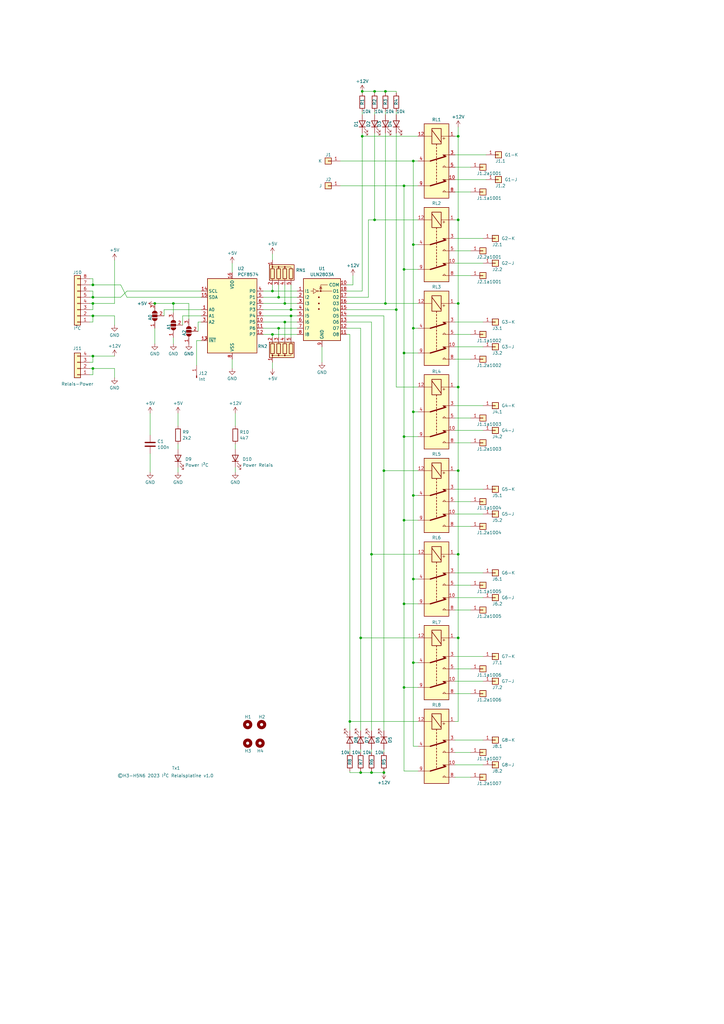
<source format=kicad_sch>
(kicad_sch (version 20230121) (generator eeschema)
  (paper "A3" portrait)
  (title_block (title "I²C 8-fach Relaisplatine") (date "2023-12-13") (rev "v1.0"))
  (lib_symbols
    (symbol "Connector:Conn_01x01_Pin" (pin_names (offset 1.016) hide)
      (property "Reference" "J" (at 0 2.54 0))
      (property "Value" "Conn_01x01_Pin" (at 0 -2.54 0))
      (symbol "Conn_01x01_Pin_1_1"
        (pin passive line (at 5.08 0 180) (length 3.81) (name "Pin_1") (number "1"))
      )
    )
    (symbol "Connector_Generic:Conn_01x01" (pin_names (offset 1.016) hide)
      (property "Reference" "J" (at 0 2.54 0))
      (property "Value" "Conn_01x01" (at 0 -2.54 0))
      (symbol "Conn_01x01_1_1"
        (pin passive line (at -5.08 0 0) (length 3.81) (name "Pin_1") (number "1"))
      )
    )
    (symbol "Connector_Generic:Conn_01x04" (pin_names (offset 1.016) hide)
      (property "Reference" "J" (at 0 5.08 0))
      (property "Value" "Conn_01x04" (at 0 -7.62 0))
      (symbol "Conn_01x04_1_1"
        (pin passive line (at -5.08 2.54 0) (length 3.81) (name "Pin_1") (number "1"))
        (pin passive line (at -5.08 0 0) (length 3.81) (name "Pin_2") (number "2"))
        (pin passive line (at -5.08 -2.54 0) (length 3.81) (name "Pin_3") (number "3"))
        (pin passive line (at -5.08 -5.08 0) (length 3.81) (name "Pin_4") (number "4"))
      )
    )
    (symbol "Connector_Generic:Conn_01x08" (pin_names (offset 1.016) hide)
      (property "Reference" "J" (at 0 10.16 0))
      (property "Value" "Conn_01x08" (at 0 -12.7 0))
      (symbol "Conn_01x08_1_1"
        (pin passive line (at -5.08 7.62 0) (length 3.81) (name "Pin_1") (number "1"))
        (pin passive line (at -5.08 5.08 0) (length 3.81) (name "Pin_2") (number "2"))
        (pin passive line (at -5.08 2.54 0) (length 3.81) (name "Pin_3") (number "3"))
        (pin passive line (at -5.08 0 0) (length 3.81) (name "Pin_4") (number "4"))
        (pin passive line (at -5.08 -2.54 0) (length 3.81) (name "Pin_5") (number "5"))
        (pin passive line (at -5.08 -5.08 0) (length 3.81) (name "Pin_6") (number "6"))
        (pin passive line (at -5.08 -7.62 0) (length 3.81) (name "Pin_7") (number "7"))
        (pin passive line (at -5.08 -10.16 0) (length 3.81) (name "Pin_8") (number "8"))
      )
    )
    (symbol "Device:C" (pin_numbers hide) (pin_names (offset 0.254))
      (property "Reference" "C" (at 0.635 2.54 0))
      (property "Value" "C" (at 0.635 -2.54 0))
      (symbol "C_1_1"
        (pin passive line (at 0 3.81 270) (length 2.794) (name "~") (number "1"))
        (pin passive line (at 0 -3.81 90) (length 2.794) (name "~") (number "2"))
      )
    )
    (symbol "Device:LED" (pin_numbers hide) (pin_names (offset 1.016) hide)
      (property "Reference" "D" (at 0 2.54 0))
      (property "Value" "LED" (at 0 -2.54 0))
      (symbol "LED_1_1"
        (pin passive line (at -3.81 0 0) (length 2.54) (name "K") (number "1"))
        (pin passive line (at 3.81 0 180) (length 2.54) (name "A") (number "2"))
      )
    )
    (symbol "Device:R" (pin_numbers hide) (pin_names (offset 0))
      (property "Reference" "R" (at 2.032 0 90))
      (property "Value" "R" (at 0 0 90))
      (symbol "R_1_1"
        (pin passive line (at 0 3.81 270) (length 1.27) (name "~") (number "1"))
        (pin passive line (at 0 -3.81 90) (length 1.27) (name "~") (number "2"))
      )
    )
    (symbol "Device:R_Network04" (pin_names (offset 0) hide)
      (property "Reference" "RN" (at -7.62 0 90))
      (property "Value" "R_Network04" (at 5.08 0 90))
      (symbol "R_Network04_1_1"
        (pin passive line (at -5.08 5.08 270) (length 2.54) (name "common") (number "1"))
        (pin passive line (at -5.08 -5.08 90) (length 1.27) (name "R1") (number "2"))
        (pin passive line (at -2.54 -5.08 90) (length 1.27) (name "R2") (number "3"))
        (pin passive line (at 0 -5.08 90) (length 1.27) (name "R3") (number "4"))
        (pin passive line (at 2.54 -5.08 90) (length 1.27) (name "R4") (number "5"))
      )
    )
    (symbol "Interface_Expansion:PCF8574"
      (property "Reference" "U" (at -8.89 16.51 0))
      (property "Value" "PCF8574" (at 2.54 16.51 0))
      (symbol "PCF8574_1_1"
        (pin input line (at -12.7 2.54 0) (length 2.54) (name "A0") (number "1"))
        (pin bidirectional line (at 12.7 -2.54 180) (length 2.54) (name "P5") (number "10"))
        (pin bidirectional line (at 12.7 -5.08 180) (length 2.54) (name "P6") (number "11"))
        (pin bidirectional line (at 12.7 -7.62 180) (length 2.54) (name "P7") (number "12"))
        (pin open_collector output_low (at -12.7 -10.16 0) (length 2.54) (name "~{INT}") (number "13"))
        (pin input line (at -12.7 10.16 0) (length 2.54) (name "SCL") (number "14"))
        (pin bidirectional line (at -12.7 7.62 0) (length 2.54) (name "SDA") (number "15"))
        (pin power_in line (at 0 17.78 270) (length 2.54) (name "VDD") (number "16"))
        (pin input line (at -12.7 0 0) (length 2.54) (name "A1") (number "2"))
        (pin input line (at -12.7 -2.54 0) (length 2.54) (name "A2") (number "3"))
        (pin bidirectional line (at 12.7 10.16 180) (length 2.54) (name "P0") (number "4"))
        (pin bidirectional line (at 12.7 7.62 180) (length 2.54) (name "P1") (number "5"))
        (pin bidirectional line (at 12.7 5.08 180) (length 2.54) (name "P2") (number "6"))
        (pin bidirectional line (at 12.7 2.54 180) (length 2.54) (name "P3") (number "7"))
        (pin power_in line (at 0 -17.78 90) (length 2.54) (name "VSS") (number "8"))
        (pin bidirectional line (at 12.7 0 180) (length 2.54) (name "P4") (number "9"))
      )
    )
    (symbol "Jumper:SolderJumper_3_Open" (pin_names (offset 0) hide)
      (property "Reference" "JP" (at -2.54 -2.54 0))
      (property "Value" "SolderJumper_3_Open" (at 0 2.794 0))
      (symbol "SolderJumper_3_Open_1_1"
        (pin passive line (at -5.08 0 0) (length 2.54) (name "A") (number "1"))
        (pin passive line (at 0 -3.81 90) (length 2.54) (name "C") (number "2"))
        (pin passive line (at 5.08 0 180) (length 2.54) (name "B") (number "3"))
      )
    )
    (symbol "Mechanical:MountingHole" (pin_names (offset 1.016))
      (property "Reference" "H" (at 0 5.08 0))
      (property "Value" "MountingHole" (at 0 3.175 0))
    )
    (symbol "Relay:EC2-3NU"
      (property "Reference" "K" (at 15.24 8.89 0))
      (property "Value" "EC2-3NU" (at 19.05 6.35 0))
      (symbol "EC2-3NU_1_1"
        (text "+" (at -9.271 2.921 0) (effects (font (size 1.27 1.27))))
        (pin passive line (at -10.16 7.62 270) (length 2.54) (name "~") (number "1"))
        (pin passive line (at 7.62 7.62 270) (length 2.54) (name "~") (number "10"))
        (pin passive line (at -10.16 -7.62 90) (length 2.54) (name "~") (number "12"))
        (pin passive line (at -2.54 7.62 270) (length 2.54) (name "~") (number "3"))
        (pin passive line (at 0 -7.62 90) (length 2.54) (name "~") (number "4"))
        (pin passive line (at 2.54 7.62 270) (length 2.54) (name "~") (number "5"))
        (pin passive line (at 12.7 7.62 270) (length 2.54) (name "~") (number "8"))
        (pin passive line (at 10.16 -7.62 90) (length 2.54) (name "~") (number "9"))
      )
    )
    (symbol "Text:Text" (pin_numbers hide) (pin_names (offset 1.016) hide)
      (property "Reference" "Tx" (at 0 5.08 0))
      (property "Value" "Text" (at 0 3.175 0))
    )
    (symbol "Transistor_Array:ULN2803A"
      (property "Reference" "U" (at 0 13.335 0))
      (property "Value" "ULN2803A" (at 0 11.43 0))
      (symbol "ULN2803A_1_1"
        (pin input line (at -10.16 5.08 0) (length 2.54) (name "I1") (number "1"))
        (pin passive line (at 10.16 7.62 180) (length 2.54) (name "COM") (number "10"))
        (pin open_collector line (at 10.16 -12.7 180) (length 2.54) (name "O8") (number "11"))
        (pin open_collector line (at 10.16 -10.16 180) (length 2.54) (name "O7") (number "12"))
        (pin open_collector line (at 10.16 -7.62 180) (length 2.54) (name "O6") (number "13"))
        (pin open_collector line (at 10.16 -5.08 180) (length 2.54) (name "O5") (number "14"))
        (pin open_collector line (at 10.16 -2.54 180) (length 2.54) (name "O4") (number "15"))
        (pin open_collector line (at 10.16 0 180) (length 2.54) (name "O3") (number "16"))
        (pin open_collector line (at 10.16 2.54 180) (length 2.54) (name "O2") (number "17"))
        (pin open_collector line (at 10.16 5.08 180) (length 2.54) (name "O1") (number "18"))
        (pin input line (at -10.16 2.54 0) (length 2.54) (name "I2") (number "2"))
        (pin input line (at -10.16 0 0) (length 2.54) (name "I3") (number "3"))
        (pin input line (at -10.16 -2.54 0) (length 2.54) (name "I4") (number "4"))
        (pin input line (at -10.16 -5.08 0) (length 2.54) (name "I5") (number "5"))
        (pin input line (at -10.16 -7.62 0) (length 2.54) (name "I6") (number "6"))
        (pin input line (at -10.16 -10.16 0) (length 2.54) (name "I7") (number "7"))
        (pin input line (at -10.16 -12.7 0) (length 2.54) (name "I8") (number "8"))
        (pin power_in line (at 0 -17.78 90) (length 2.54) (name "GND") (number "9"))
      )
    )
    (symbol "power:+12V" (power) (pin_names (offset 0))
      (property "Value" "+12V" (at 0 3.556 0))
      (symbol "+12V_1_1"
        (pin power_in line (at 0 0 90) (length 0) hide (name "+12V") (number "1"))
      )
    )
    (symbol "power:+5V" (power) (pin_names (offset 0))
      (property "Value" "+5V" (at 0 3.556 0))
      (symbol "+5V_1_1"
        (pin power_in line (at 0 0 90) (length 0) hide (name "+5V") (number "1"))
      )
    )
    (symbol "power:GND" (power) (pin_names (offset 0))
      (property "Value" "GND" (at 0 -3.81 0))
      (symbol "GND_1_1"
        (pin power_in line (at 0 0 270) (length 0) hide (name "GND") (number "1"))
      )
    )
  )
  (junction (at 187.96 193.04))
  (junction (at 165.735 247.65))
  (junction (at 143.51 295.91))
  (junction (at 38.1 129.54))
  (junction (at 38.1 116.84))
  (junction (at 71.12 124.46))
  (junction (at 169.545 203.2))
  (junction (at 114.3 121.92))
  (junction (at 187.96 124.46))
  (junction (at 187.96 90.17))
  (junction (at 116.84 132.08))
  (junction (at 165.735 110.49))
  (junction (at 153.67 37.465))
  (junction (at 165.735 213.36))
  (junction (at 63.5 124.46))
  (junction (at 158.115 124.46))
  (junction (at 148.59 37.465))
  (junction (at 38.1 121.92))
  (junction (at 38.1 124.46))
  (junction (at 153.67 90.17))
  (junction (at 119.38 129.54))
  (junction (at 147.955 261.62))
  (junction (at 187.96 55.88))
  (junction (at 169.545 134.62))
  (junction (at 157.48 316.865))
  (junction (at 162.56 127))
  (junction (at 187.96 158.75))
  (junction (at 165.735 281.94))
  (junction (at 158.115 37.465))
  (junction (at 152.4 227.33))
  (junction (at 157.48 193.04))
  (junction (at 169.545 100.33))
  (junction (at 169.545 271.78))
  (junction (at 38.1 151.13))
  (junction (at 111.76 119.38))
  (junction (at 114.3 134.62))
  (junction (at 148.59 55.88))
  (junction (at 165.735 144.78))
  (junction (at 187.96 227.33))
  (junction (at 169.545 237.49))
  (junction (at 169.545 168.91))
  (junction (at 111.76 137.16))
  (junction (at 165.735 76.2))
  (junction (at 147.955 316.865))
  (junction (at 152.4 316.865))
  (junction (at 116.84 124.46))
  (junction (at 187.96 261.62))
  (junction (at 119.38 127))
  (junction (at 169.545 66.04))
  (junction (at 38.1 146.05))
  (junction (at 165.735 179.07))
  (wire (pts (xy 143.51 316.865) (xy 143.51 316.23)))
  (wire (pts (xy 107.95 119.38) (xy 111.76 119.38)))
  (wire (pts (xy 186.69 210.82) (xy 198.12 210.82)))
  (wire (pts (xy 143.51 295.91) (xy 171.45 295.91)))
  (wire (pts (xy 165.735 213.36) (xy 165.735 247.65)))
  (wire (pts (xy 153.67 45.72) (xy 153.67 46.99)))
  (wire (pts (xy 142.24 134.62) (xy 147.955 134.62)))
  (wire (pts (xy 63.5 140.97) (xy 63.5 134.62)))
  (wire (pts (xy 165.735 179.07) (xy 171.45 179.07)))
  (wire (pts (xy 95.25 147.32) (xy 95.25 151.13)))
  (wire (pts (xy 111.76 148.59) (xy 111.76 151.13)))
  (wire (pts (xy 157.48 193.04) (xy 171.45 193.04)))
  (wire (pts (xy 143.51 308.61) (xy 143.51 307.34)))
  (wire (pts (xy 187.96 90.17) (xy 187.96 124.46)))
  (wire (pts (xy 157.48 299.72) (xy 157.48 193.04)))
  (wire (pts (xy 157.48 316.865) (xy 152.4 316.865)))
  (wire (pts (xy 144.78 116.84) (xy 144.78 113.03)))
  (wire (pts (xy 74.93 129.54) (xy 74.93 133.35)))
  (wire (pts (xy 187.96 124.46) (xy 187.96 158.75)))
  (wire (pts (xy 96.52 191.77) (xy 96.52 193.675)))
  (wire (pts (xy 169.545 271.78) (xy 171.45 271.78)))
  (wire (pts (xy 61.595 169.545) (xy 61.595 178.435)))
  (wire (pts (xy 111.76 104.14) (xy 111.76 106.68)))
  (wire (pts (xy 96.52 182.245) (xy 96.52 184.15)))
  (wire (pts (xy 165.735 247.65) (xy 165.735 281.94)))
  (wire (pts (xy 52.07 119.38) (xy 82.55 119.38)))
  (wire (pts (xy 186.69 166.37) (xy 198.12 166.37)))
  (wire (pts (xy 187.96 261.62) (xy 187.96 295.91)))
  (wire (pts (xy 186.69 308.61) (xy 193.04 308.61)))
  (wire (pts (xy 186.69 176.53) (xy 198.12 176.53)))
  (wire (pts (xy 186.69 200.66) (xy 198.12 200.66)))
  (wire (pts (xy 46.99 129.54) (xy 46.99 133.35)))
  (wire (pts (xy 82.55 129.54) (xy 74.93 129.54)))
  (wire (pts (xy 165.735 247.65) (xy 171.45 247.65)))
  (wire (pts (xy 116.84 124.46) (xy 121.92 124.46)))
  (wire (pts (xy 114.3 134.62) (xy 114.3 138.43)))
  (wire (pts (xy 186.69 107.95) (xy 198.12 107.95)))
  (wire (pts (xy 169.545 66.04) (xy 169.545 100.33)))
  (wire (pts (xy 38.1 121.92) (xy 49.53 121.92)))
  (wire (pts (xy 169.545 168.91) (xy 169.545 203.2)))
  (wire (pts (xy 186.69 215.9) (xy 193.04 215.9)))
  (wire (pts (xy 38.1 116.84) (xy 49.53 116.84)))
  (wire (pts (xy 119.38 127) (xy 121.92 127)))
  (wire (pts (xy 49.53 116.84) (xy 52.07 121.92)))
  (wire (pts (xy 187.96 52.07) (xy 187.96 55.88)))
  (wire (pts (xy 142.24 137.16) (xy 143.51 137.16)))
  (wire (pts (xy 119.38 129.54) (xy 121.92 129.54)))
  (wire (pts (xy 95.25 107.95) (xy 95.25 111.76)))
  (wire (pts (xy 38.1 114.3) (xy 36.83 114.3)))
  (wire (pts (xy 165.735 144.78) (xy 165.735 179.07)))
  (wire (pts (xy 38.1 153.67) (xy 36.83 153.67)))
  (wire (pts (xy 187.96 261.62) (xy 186.69 261.62)))
  (wire (pts (xy 187.96 227.33) (xy 187.96 261.62)))
  (wire (pts (xy 152.4 227.33) (xy 171.45 227.33)))
  (wire (pts (xy 186.69 113.03) (xy 193.04 113.03)))
  (wire (pts (xy 71.12 128.27) (xy 71.12 124.46)))
  (wire (pts (xy 171.45 66.04) (xy 169.545 66.04)))
  (wire (pts (xy 186.69 78.74) (xy 193.04 78.74)))
  (wire (pts (xy 107.95 132.08) (xy 116.84 132.08)))
  (wire (pts (xy 165.735 281.94) (xy 171.45 281.94)))
  (wire (pts (xy 158.115 37.465) (xy 158.115 38.1)))
  (wire (pts (xy 186.69 274.32) (xy 193.04 274.32)))
  (wire (pts (xy 169.545 100.33) (xy 171.45 100.33)))
  (wire (pts (xy 38.1 127) (xy 36.83 127)))
  (wire (pts (xy 38.1 129.54) (xy 46.99 129.54)))
  (wire (pts (xy 38.1 146.05) (xy 46.99 146.05)))
  (wire (pts (xy 186.69 171.45) (xy 193.04 171.45)))
  (wire (pts (xy 114.3 134.62) (xy 121.92 134.62)))
  (wire (pts (xy 38.1 129.54) (xy 36.83 129.54)))
  (wire (pts (xy 36.83 121.92) (xy 38.1 121.92)))
  (wire (pts (xy 38.1 119.38) (xy 38.1 121.92)))
  (wire (pts (xy 147.955 308.61) (xy 147.955 307.34)))
  (wire (pts (xy 158.115 124.46) (xy 171.45 124.46)))
  (wire (pts (xy 142.24 132.08) (xy 152.4 132.08)))
  (wire (pts (xy 186.69 205.74) (xy 193.04 205.74)))
  (wire (pts (xy 158.115 45.72) (xy 158.115 46.99)))
  (wire (pts (xy 80.645 139.7) (xy 80.645 149.86)))
  (wire (pts (xy 158.115 37.465) (xy 162.56 37.465)))
  (wire (pts (xy 186.69 137.16) (xy 193.04 137.16)))
  (wire (pts (xy 147.955 134.62) (xy 147.955 261.62)))
  (wire (pts (xy 116.84 138.43) (xy 116.84 132.08)))
  (wire (pts (xy 148.59 37.465) (xy 148.59 38.1)))
  (wire (pts (xy 111.76 137.16) (xy 111.76 138.43)))
  (wire (pts (xy 169.545 237.49) (xy 169.545 271.78)))
  (wire (pts (xy 187.96 124.46) (xy 186.69 124.46)))
  (wire (pts (xy 147.955 299.72) (xy 147.955 261.62)))
  (wire (pts (xy 107.95 134.62) (xy 114.3 134.62)))
  (wire (pts (xy 38.1 132.08) (xy 36.83 132.08)))
  (wire (pts (xy 186.69 68.58) (xy 193.04 68.58)))
  (wire (pts (xy 187.96 55.88) (xy 187.96 90.17)))
  (wire (pts (xy 157.48 308.61) (xy 157.48 307.34)))
  (wire (pts (xy 171.45 76.2) (xy 165.735 76.2)))
  (wire (pts (xy 153.67 37.465) (xy 153.67 38.1)))
  (wire (pts (xy 186.69 269.24) (xy 198.12 269.24)))
  (wire (pts (xy 151.13 121.92) (xy 142.24 121.92)))
  (wire (pts (xy 111.76 137.16) (xy 121.92 137.16)))
  (wire (pts (xy 143.51 137.16) (xy 143.51 295.91)))
  (wire (pts (xy 147.955 316.865) (xy 143.51 316.865)))
  (wire (pts (xy 148.59 54.61) (xy 148.59 55.88)))
  (wire (pts (xy 38.1 124.46) (xy 38.1 127)))
  (wire (pts (xy 142.24 124.46) (xy 158.115 124.46)))
  (wire (pts (xy 169.545 306.07) (xy 171.45 306.07)))
  (wire (pts (xy 142.24 127) (xy 162.56 127)))
  (wire (pts (xy 165.735 76.2) (xy 165.735 110.49)))
  (wire (pts (xy 169.545 203.2) (xy 171.45 203.2)))
  (wire (pts (xy 165.735 179.07) (xy 165.735 213.36)))
  (wire (pts (xy 169.545 134.62) (xy 171.45 134.62)))
  (wire (pts (xy 186.69 147.32) (xy 193.04 147.32)))
  (wire (pts (xy 61.595 186.055) (xy 61.595 193.675)))
  (wire (pts (xy 111.76 119.38) (xy 121.92 119.38)))
  (wire (pts (xy 165.735 144.78) (xy 165.735 110.49)))
  (wire (pts (xy 152.4 316.865) (xy 147.955 316.865)))
  (wire (pts (xy 107.95 121.92) (xy 114.3 121.92)))
  (wire (pts (xy 169.545 134.62) (xy 169.545 168.91)))
  (wire (pts (xy 186.69 318.77) (xy 193.04 318.77)))
  (wire (pts (xy 142.24 116.84) (xy 144.78 116.84)))
  (wire (pts (xy 152.4 316.865) (xy 152.4 316.23)))
  (wire (pts (xy 71.12 140.97) (xy 71.12 138.43)))
  (wire (pts (xy 186.69 234.95) (xy 198.12 234.95)))
  (wire (pts (xy 38.1 146.05) (xy 36.83 146.05)))
  (wire (pts (xy 147.955 316.865) (xy 147.955 316.23)))
  (wire (pts (xy 169.545 100.33) (xy 169.545 134.62)))
  (wire (pts (xy 186.69 313.69) (xy 198.12 313.69)))
  (wire (pts (xy 152.4 227.33) (xy 152.4 299.72)))
  (wire (pts (xy 114.3 121.92) (xy 121.92 121.92)))
  (wire (pts (xy 162.56 127) (xy 162.56 158.75)))
  (wire (pts (xy 38.1 119.38) (xy 36.83 119.38)))
  (wire (pts (xy 142.24 129.54) (xy 157.48 129.54)))
  (wire (pts (xy 111.76 116.84) (xy 111.76 119.38)))
  (wire (pts (xy 187.96 90.17) (xy 186.69 90.17)))
  (wire (pts (xy 165.735 213.36) (xy 171.45 213.36)))
  (wire (pts (xy 77.47 124.46) (xy 71.12 124.46)))
  (wire (pts (xy 107.95 124.46) (xy 116.84 124.46)))
  (wire (pts (xy 151.13 90.17) (xy 151.13 121.92)))
  (wire (pts (xy 38.1 153.67) (xy 38.1 151.13)))
  (wire (pts (xy 169.545 203.2) (xy 169.545 237.49)))
  (wire (pts (xy 169.545 271.78) (xy 169.545 306.07)))
  (wire (pts (xy 186.69 240.03) (xy 193.04 240.03)))
  (wire (pts (xy 38.1 124.46) (xy 36.83 124.46)))
  (wire (pts (xy 96.52 169.545) (xy 96.52 174.625)))
  (wire (pts (xy 67.31 129.54) (xy 67.31 127)))
  (wire (pts (xy 73.025 169.545) (xy 73.025 174.625)))
  (wire (pts (xy 143.51 295.91) (xy 143.51 299.72)))
  (wire (pts (xy 162.56 45.72) (xy 162.56 46.99)))
  (wire (pts (xy 186.69 181.61) (xy 193.04 181.61)))
  (wire (pts (xy 38.1 132.08) (xy 38.1 129.54)))
  (wire (pts (xy 107.95 137.16) (xy 111.76 137.16)))
  (wire (pts (xy 165.735 110.49) (xy 171.45 110.49)))
  (wire (pts (xy 116.84 116.84) (xy 116.84 124.46)))
  (wire (pts (xy 114.3 116.84) (xy 114.3 121.92)))
  (wire (pts (xy 186.69 279.4) (xy 198.12 279.4)))
  (wire (pts (xy 52.07 121.92) (xy 82.55 121.92)))
  (wire (pts (xy 82.55 139.7) (xy 80.645 139.7)))
  (wire (pts (xy 148.59 37.465) (xy 153.67 37.465)))
  (wire (pts (xy 139.7 66.04) (xy 169.545 66.04)))
  (wire (pts (xy 36.83 116.84) (xy 38.1 116.84)))
  (wire (pts (xy 148.59 119.38) (xy 142.24 119.38)))
  (wire (pts (xy 107.95 129.54) (xy 119.38 129.54)))
  (wire (pts (xy 147.955 261.62) (xy 171.45 261.62)))
  (wire (pts (xy 157.48 316.865) (xy 157.48 316.23)))
  (wire (pts (xy 165.735 144.78) (xy 171.45 144.78)))
  (wire (pts (xy 46.99 106.68) (xy 46.99 124.46)))
  (wire (pts (xy 38.1 146.05) (xy 38.1 148.59)))
  (wire (pts (xy 38.1 148.59) (xy 36.83 148.59)))
  (wire (pts (xy 165.735 316.23) (xy 171.45 316.23)))
  (wire (pts (xy 186.69 245.11) (xy 198.12 245.11)))
  (wire (pts (xy 162.56 158.75) (xy 171.45 158.75)))
  (wire (pts (xy 38.1 114.3) (xy 38.1 116.84)))
  (wire (pts (xy 73.025 182.245) (xy 73.025 184.15)))
  (wire (pts (xy 187.96 158.75) (xy 186.69 158.75)))
  (wire (pts (xy 107.95 127) (xy 119.38 127)))
  (wire (pts (xy 162.56 54.61) (xy 162.56 127)))
  (wire (pts (xy 186.69 97.79) (xy 198.12 97.79)))
  (wire (pts (xy 186.69 284.48) (xy 193.04 284.48)))
  (wire (pts (xy 186.69 73.66) (xy 199.39 73.66)))
  (wire (pts (xy 186.69 102.87) (xy 193.04 102.87)))
  (wire (pts (xy 38.1 151.13) (xy 46.99 151.13)))
  (wire (pts (xy 81.28 132.08) (xy 82.55 132.08)))
  (wire (pts (xy 116.84 132.08) (xy 121.92 132.08)))
  (wire (pts (xy 148.59 45.72) (xy 148.59 46.99)))
  (wire (pts (xy 186.69 132.08) (xy 198.12 132.08)))
  (wire (pts (xy 148.59 55.88) (xy 171.45 55.88)))
  (wire (pts (xy 49.53 121.92) (xy 52.07 119.38)))
  (wire (pts (xy 157.48 129.54) (xy 157.48 193.04)))
  (wire (pts (xy 139.7 76.2) (xy 165.735 76.2)))
  (wire (pts (xy 153.67 54.61) (xy 153.67 90.17)))
  (wire (pts (xy 71.12 124.46) (xy 63.5 124.46)))
  (wire (pts (xy 153.67 37.465) (xy 158.115 37.465)))
  (wire (pts (xy 153.67 90.17) (xy 151.13 90.17)))
  (wire (pts (xy 158.115 54.61) (xy 158.115 124.46)))
  (wire (pts (xy 169.545 237.49) (xy 171.45 237.49)))
  (wire (pts (xy 132.08 142.24) (xy 132.08 148.59)))
  (wire (pts (xy 187.96 55.88) (xy 186.69 55.88)))
  (wire (pts (xy 187.96 227.33) (xy 186.69 227.33)))
  (wire (pts (xy 73.025 191.77) (xy 73.025 193.675)))
  (wire (pts (xy 38.1 151.13) (xy 36.83 151.13)))
  (wire (pts (xy 38.1 124.46) (xy 46.99 124.46)))
  (wire (pts (xy 148.59 55.88) (xy 148.59 119.38)))
  (wire (pts (xy 186.69 250.19) (xy 193.04 250.19)))
  (wire (pts (xy 46.99 151.13) (xy 46.99 154.94)))
  (wire (pts (xy 67.31 127) (xy 82.55 127)))
  (wire (pts (xy 152.4 132.08) (xy 152.4 227.33)))
  (wire (pts (xy 119.38 129.54) (xy 119.38 138.43)))
  (wire (pts (xy 165.735 281.94) (xy 165.735 316.23)))
  (wire (pts (xy 186.69 142.24) (xy 198.12 142.24)))
  (wire (pts (xy 77.47 130.81) (xy 77.47 124.46)))
  (wire (pts (xy 162.56 37.465) (xy 162.56 38.1)))
  (wire (pts (xy 187.96 158.75) (xy 187.96 193.04)))
  (wire (pts (xy 169.545 168.91) (xy 171.45 168.91)))
  (wire (pts (xy 152.4 308.61) (xy 152.4 307.34)))
  (wire (pts (xy 186.69 303.53) (xy 198.12 303.53)))
  (wire (pts (xy 187.96 295.91) (xy 186.69 295.91)))
  (wire (pts (xy 186.69 63.5) (xy 199.39 63.5)))
  (wire (pts (xy 81.28 135.89) (xy 81.28 132.08)))
  (wire (pts (xy 187.96 193.04) (xy 186.69 193.04)))
  (wire (pts (xy 187.96 193.04) (xy 187.96 227.33)))
  (wire (pts (xy 119.38 116.84) (xy 119.38 127)))
  (wire (pts (xy 171.45 90.17) (xy 153.67 90.17)))
  (symbol (lib_id "Connector_Generic:Conn_01x01") (at 203.2 313.69 0) (unit 1)
    (property "Reference" "J8.2" (at 201.93 316.23 0) (effects (justify left)))
    (property "Value" "G8-J" (at 205.74 313.69 0) (effects (justify left)))
    (property "Footprint" "Wago:Pad_7.5x2.2mm" (effects hide))
  )
  (symbol (lib_id "Connector_Generic:Conn_01x01") (at 203.2 142.24 0) (unit 1)
    (property "Reference" "J3.2" (at 201.93 144.78 0) (effects (justify left)))
    (property "Value" "G3-J" (at 205.74 142.24 0) (effects (justify left)))
    (property "Footprint" "Wago:Pad_7.5x2.2mm" (effects hide))
  )
  (symbol (lib_id "Device:LED") (at 162.56 50.8 90) (unit 1)
    (property "Reference" "D4" (at 160.02 49.53 0) (effects (justify right)))
    (property "Value" "LED" (effects hide))
    (property "Footprint" "LED_SMD:LED_0805_2012Metric_Pad1.15x1.40mm_HandSolder" (effects hide))
  )
  (symbol (lib_id "Jumper:SolderJumper_3_Open") (at 63.5 129.54 90) (unit 1)
    (property "Reference" "A0" (at 61.595 131.445 0) (effects (justify left)))
    (property "Value" "SolderJumper_3_Open" (effects hide))
    (property "Footprint" "Jumper:SolderJumper-3_P1.3mm_Bridged12_Pad1.0x1.5mm_NumberLabels" (effects hide))
  )
  (symbol (lib_id "power:+5V") (at 63.5 124.46 90) (unit 1)
    (property "Reference" "#PWR01015" (effects hide))
    (property "Value" "+5V" (at 60.3251 124.46 90) (effects (justify left)))
  )
  (symbol (lib_id "Connector_Generic:Conn_01x01") (at 198.12 215.9 0) (unit 1)
    (property "Reference" "J1.2a1004" (at 195.58 218.44 0) (effects (justify left)))
    (property "Value" "G1-J" (effects hide))
    (property "Footprint" "Connector_Pin:Pin_D1.1mm_L8.5mm_W2.5mm_FlatFork" (effects hide))
  )
  (symbol (lib_id "Device:R") (at 147.955 312.42 180) (unit 1)
    (property "Reference" "R7" (at 147.955 311.15 90) (effects (justify left)))
    (property "Value" "10k" (at 147.955 308.61 0) (effects (justify left)))
    (property "Footprint" "Resistor_SMD:R_0805_2012Metric_Pad1.20x1.40mm_HandSolder" (effects hide))
    (property "Quelle" "Resistor_SMD:R_0805_2012Metric_Pad1.20x1.40mm_HandSolder" (effects hide))
  )
  (symbol (lib_id "Connector_Generic:Conn_01x01") (at 203.2 303.53 0) (unit 1)
    (property "Reference" "J8.1" (at 201.93 306.07 0) (effects (justify left)))
    (property "Value" "G8-K" (at 205.74 303.53 0) (effects (justify left)))
    (property "Footprint" "Wago:Pad_7.5x2.2mm" (effects hide))
  )
  (symbol (lib_id "Connector_Generic:Conn_01x01") (at 198.12 284.48 0) (unit 1)
    (property "Reference" "J1.2a1006" (at 195.58 287.02 0) (effects (justify left)))
    (property "Value" "G1-J" (effects hide))
    (property "Footprint" "Connector_Pin:Pin_D1.1mm_L8.5mm_W2.5mm_FlatFork" (effects hide))
  )
  (symbol (lib_id "power:GND") (at 63.5 140.97 0) (unit 1)
    (property "Reference" "#PWR01012" (effects hide))
    (property "Value" "GND" (at 63.5 145.1031 0))
  )
  (symbol (lib_id "Connector_Generic:Conn_01x01") (at 134.62 66.04 180) (unit 1)
    (property "Reference" "J1" (at 135.89 63.5 0) (effects (justify left)))
    (property "Value" "K" (at 132.08 66.04 0) (effects (justify left)))
    (property "Footprint" "Wago:Pad_7.5x2.2mm" (effects hide))
  )
  (symbol (lib_id "power:+5V") (at 73.025 169.545 0) (unit 1)
    (property "Reference" "#PWR01020" (effects hide))
    (property "Value" "+5V" (at 73.025 165.4119 0))
  )
  (symbol (lib_id "Relay:EC2-3NU") (at 179.07 237.49 270) (unit 1)
    (property "Reference" "RL6" (at 179.07 220.5299 90))
    (property "Value" "HFD3" (effects hide))
    (property "Footprint" "HongFa:HFD3+2005SD" (effects hide))
  )
  (symbol (lib_id "power:+5V") (at 61.595 169.545 0) (unit 1)
    (property "Reference" "#PWR01010" (effects hide))
    (property "Value" "+5V" (at 61.595 165.4119 0))
  )
  (symbol (lib_id "Device:LED") (at 158.115 50.8 90) (unit 1)
    (property "Reference" "D3" (at 155.575 49.53 0) (effects (justify right)))
    (property "Value" "LED" (effects hide))
    (property "Footprint" "LED_SMD:LED_0805_2012Metric_Pad1.15x1.40mm_HandSolder" (effects hide))
  )
  (symbol (lib_id "Relay:EC2-3NU") (at 179.07 168.91 270) (unit 1)
    (property "Reference" "RL4" (at 179.07 152.4 90))
    (property "Value" "HFD3" (effects hide))
    (property "Footprint" "HongFa:HFD3+2005SD" (effects hide))
  )
  (symbol (lib_id "Relay:EC2-3NU") (at 179.07 306.07 270) (unit 1)
    (property "Reference" "RL8" (at 179.07 289.1099 90))
    (property "Value" "HFD3" (effects hide))
    (property "Footprint" "HongFa:HFD3+2005SD" (effects hide))
  )
  (symbol (lib_id "Device:LED") (at 148.59 50.8 90) (unit 1)
    (property "Reference" "D1" (at 146.05 49.53 0) (effects (justify right)))
    (property "Value" "LED" (effects hide))
    (property "Footprint" "LED_SMD:LED_0805_2012Metric_Pad1.15x1.40mm_HandSolder" (effects hide))
  )
  (symbol (lib_id "Connector_Generic:Conn_01x01") (at 198.12 171.45 0) (unit 1)
    (property "Reference" "J1.1a1003" (at 195.58 173.99 0) (effects (justify left)))
    (property "Value" "G1-K" (effects hide))
    (property "Footprint" "Connector_Pin:Pin_D1.1mm_L8.5mm_W2.5mm_FlatFork" (effects hide))
  )
  (symbol (lib_id "Device:LED") (at 143.51 303.53 270) (unit 1)
    (property "Reference" "D8" (at 146.05 304.8 0) (effects (justify right)))
    (property "Value" "LED" (effects hide))
    (property "Footprint" "LED_SMD:LED_0805_2012Metric_Pad1.15x1.40mm_HandSolder" (effects hide))
  )
  (symbol (lib_id "Connector_Generic:Conn_01x01") (at 203.2 234.95 0) (unit 1)
    (property "Reference" "J6.1" (at 201.93 237.49 0) (effects (justify left)))
    (property "Value" "G6-K" (at 205.74 234.95 0) (effects (justify left)))
    (property "Footprint" "Wago:Pad_7.5x2.2mm" (effects hide))
  )
  (symbol (lib_id "Connector_Generic:Conn_01x01") (at 198.12 113.03 0) (unit 1)
    (property "Reference" "J2.1a1001" (at 195.58 115.57 0) (effects (justify left)))
    (property "Value" "G1-J" (effects hide))
    (property "Footprint" "Connector_Pin:Pin_D1.1mm_L8.5mm_W2.5mm_FlatFork" (effects hide))
  )
  (symbol (lib_id "Connector_Generic:Conn_01x01") (at 203.2 97.79 0) (unit 1)
    (property "Reference" "J2.1" (at 201.93 100.33 0) (effects (justify left)))
    (property "Value" "G2-K" (at 205.74 97.79 0) (effects (justify left)))
    (property "Footprint" "Wago:Pad_7.5x2.2mm" (effects hide))
  )
  (symbol (lib_id "Device:R") (at 73.025 178.435 0) (unit 1)
    (property "Reference" "R9" (at 74.803 177.2229 0) (effects (justify left)))
    (property "Value" "2k2" (at 74.803 179.6471 0) (effects (justify left)))
    (property "Footprint" "Resistor_SMD:R_0805_2012Metric_Pad1.20x1.40mm_HandSolder" (effects hide))
  )
  (symbol (lib_id "Connector_Generic:Conn_01x01") (at 198.12 68.58 0) (unit 1)
    (property "Reference" "J1.2a1001" (at 195.58 71.12 0) (effects (justify left)))
    (property "Value" "G1-K" (effects hide))
    (property "Footprint" "Connector_Pin:Pin_D1.1mm_L8.5mm_W2.5mm_FlatFork" (effects hide))
  )
  (symbol (lib_id "Jumper:SolderJumper_3_Open") (at 77.47 135.89 90) (unit 1)
    (property "Reference" "A2" (at 75.565 137.795 0) (effects (justify left)))
    (property "Value" "SolderJumper_3_Open" (effects hide))
    (property "Footprint" "Jumper:SolderJumper-3_P1.3mm_Bridged12_Pad1.0x1.5mm_NumberLabels" (effects hide))
  )
  (symbol (lib_id "power:GND") (at 132.08 148.59 0) (unit 1)
    (property "Reference" "#PWR01002" (effects hide))
    (property "Value" "GND" (at 132.08 152.7231 0))
  )
  (symbol (lib_id "power:+5V") (at 95.25 107.95 0) (unit 1)
    (property "Reference" "#PWR01009" (effects hide))
    (property "Value" "+5V" (at 95.25 103.8169 0))
  )
  (symbol (lib_id "Device:R") (at 157.48 312.42 180) (unit 1)
    (property "Reference" "R5" (at 157.48 311.15 90) (effects (justify left)))
    (property "Value" "10k" (at 157.48 308.61 0) (effects (justify left)))
    (property "Footprint" "Resistor_SMD:R_0805_2012Metric_Pad1.20x1.40mm_HandSolder" (effects hide))
    (property "Quelle" "Resistor_SMD:R_0805_2012Metric_Pad1.20x1.40mm_HandSolder" (effects hide))
  )
  (symbol (lib_id "Relay:EC2-3NU") (at 179.07 203.2 270) (unit 1)
    (property "Reference" "RL5" (at 179.07 186.2399 90))
    (property "Value" "HFD3" (effects hide))
    (property "Footprint" "HongFa:HFD3+2005SD" (effects hide))
  )
  (symbol (lib_id "Connector_Generic:Conn_01x01") (at 203.2 210.82 0) (unit 1)
    (property "Reference" "J5.2" (at 201.93 213.36 0) (effects (justify left)))
    (property "Value" "G5-J" (at 205.74 210.82 0) (effects (justify left)))
    (property "Footprint" "Wago:Pad_7.5x2.2mm" (effects hide))
  )
  (symbol (lib_id "Device:LED") (at 96.52 187.96 90) (unit 1)
    (property "Reference" "D10" (at 99.441 188.3354 90) (effects (justify right)))
    (property "Value" "Power Relais" (at 99.441 190.7596 90) (effects (justify right)))
    (property "Footprint" "LED_SMD:LED_0805_2012Metric_Pad1.15x1.40mm_HandSolder" (effects hide))
  )
  (symbol (lib_id "power:GND") (at 73.025 193.675 0) (unit 1)
    (property "Reference" "#PWR01021" (effects hide))
    (property "Value" "GND" (at 73.025 197.8081 0))
  )
  (symbol (lib_id "Device:LED") (at 152.4 303.53 270) (unit 1)
    (property "Reference" "D6" (at 154.94 304.8 0) (effects (justify right)))
    (property "Value" "LED" (effects hide))
    (property "Footprint" "LED_SMD:LED_0805_2012Metric_Pad1.15x1.40mm_HandSolder" (effects hide))
  )
  (symbol (lib_id "Connector_Generic:Conn_01x01") (at 203.2 200.66 0) (unit 1)
    (property "Reference" "J5.1" (at 201.93 203.2 0) (effects (justify left)))
    (property "Value" "G5-K" (at 205.74 200.66 0) (effects (justify left)))
    (property "Footprint" "Wago:Pad_7.5x2.2mm" (effects hide))
  )
  (symbol (lib_id "power:GND") (at 61.595 193.675 0) (unit 1)
    (property "Reference" "#PWR01011" (effects hide))
    (property "Value" "GND" (at 61.595 197.8081 0))
  )
  (symbol (lib_id "Connector_Generic:Conn_01x01") (at 203.2 166.37 0) (unit 1)
    (property "Reference" "J4.1" (at 201.93 168.91 0) (effects (justify left)))
    (property "Value" "G4-K" (at 205.74 166.37 0) (effects (justify left)))
    (property "Footprint" "Wago:Pad_7.5x2.2mm" (effects hide))
  )
  (symbol (lib_id "power:GND") (at 95.25 151.13 0) (unit 1)
    (property "Reference" "#PWR01006" (effects hide))
    (property "Value" "GND" (at 95.25 155.2631 0))
  )
  (symbol (lib_id "Device:R_Network04") (at 116.84 111.76 0) (unit 1)
    (property "Reference" "RN1" (at 121.412 110.8019 0) (effects (justify left)))
    (property "Value" "RN1" (effects hide))
    (property "Footprint" "Resistor_THT:R_Array_SIP5" (effects hide))
    (property "Datasheet" "http://www.vishay.com/docs/31509/csc.pdf" (effects hide))
  )
  (symbol (lib_id "Connector_Generic:Conn_01x01") (at 198.12 308.61 0) (unit 1)
    (property "Reference" "J1.1a1007" (at 195.58 311.15 0) (effects (justify left)))
    (property "Value" "G1-K" (effects hide))
    (property "Footprint" "Connector_Pin:Pin_D1.1mm_L8.5mm_W2.5mm_FlatFork" (effects hide))
  )
  (symbol (lib_id "Device:LED") (at 153.67 50.8 90) (unit 1)
    (property "Reference" "D2" (at 151.13 49.53 0) (effects (justify right)))
    (property "Value" "LED" (effects hide))
    (property "Footprint" "LED_SMD:LED_0805_2012Metric_Pad1.15x1.40mm_HandSolder" (effects hide))
  )
  (symbol (lib_id "Connector_Generic:Conn_01x01") (at 203.2 176.53 0) (unit 1)
    (property "Reference" "J4.2" (at 201.93 179.07 0) (effects (justify left)))
    (property "Value" "G4-J" (at 205.74 176.53 0) (effects (justify left)))
    (property "Footprint" "Wago:Pad_7.5x2.2mm" (effects hide))
  )
  (symbol (lib_id "Relay:EC2-3NU") (at 179.07 66.04 270) (unit 1)
    (property "Reference" "RL1" (at 179.07 49.0799 90))
    (property "Value" "HFD3" (effects hide))
    (property "Footprint" "HongFa:HFD3+2005SD" (effects hide))
  )
  (symbol (lib_id "Connector_Generic:Conn_01x01") (at 203.2 279.4 0) (unit 1)
    (property "Reference" "J7.2" (at 201.93 281.94 0) (effects (justify left)))
    (property "Value" "G7-J" (at 205.74 279.4 0) (effects (justify left)))
    (property "Footprint" "Wago:Pad_7.5x2.2mm" (effects hide))
  )
  (symbol (lib_id "Connector_Generic:Conn_01x01") (at 198.12 250.19 0) (unit 1)
    (property "Reference" "J1.2a1005" (at 195.58 252.73 0) (effects (justify left)))
    (property "Value" "G1-J" (effects hide))
    (property "Footprint" "Connector_Pin:Pin_D1.1mm_L8.5mm_W2.5mm_FlatFork" (effects hide))
  )
  (symbol (lib_id "Mechanical:MountingHole") (at 107.315 297.18 0) (unit 1)
    (property "Reference" "H2" (at 106.045 294.005 0) (effects (justify left)))
    (property "Value" "MountingHole" (effects hide))
    (property "Footprint" "MountingHole:MountingHole_3.2mm_M3" (effects hide))
  )
  (symbol (lib_id "power:+12V") (at 46.99 146.05 0) (unit 1)
    (property "Reference" "#PWR01019" (effects hide))
    (property "Value" "+12V" (at 46.99 141.9169 0))
  )
  (symbol (lib_id "Device:LED") (at 73.025 187.96 90) (unit 1)
    (property "Reference" "D9" (at 75.946 188.3354 90) (effects (justify right)))
    (property "Value" "Power I²C" (at 75.946 190.7596 90) (effects (justify right)))
    (property "Footprint" "LED_SMD:LED_0805_2012Metric_Pad1.15x1.40mm_HandSolder" (effects hide))
  )
  (symbol (lib_id "Transistor_Array:ULN2803A") (at 132.08 124.46 0) (unit 1)
    (property "Reference" "U1" (at 132.08 110.1557 0))
    (property "Value" "ULN2803A" (at 132.08 112.5799 0))
    (property "Footprint" "Package_DIP:DIP-18_W7.62mm" (effects hide))
    (property "Datasheet" "http://www.ti.com/lit/ds/symlink/uln2803a.pdf" (effects hide))
  )
  (symbol (lib_id "power:+12V") (at 148.59 37.465 0) (unit 1)
    (property "Reference" "#PWR01013" (effects hide))
    (property "Value" "+12V" (at 148.59 33.3319 0))
  )
  (symbol (lib_id "Device:R") (at 148.59 41.91 0) (unit 1)
    (property "Reference" "R1" (at 148.59 43.18 90) (effects (justify left)))
    (property "Value" "10k" (at 148.59 45.72 0) (effects (justify left)))
    (property "Footprint" "Resistor_SMD:R_0805_2012Metric_Pad1.20x1.40mm_HandSolder" (effects hide))
    (property "Quelle" "Resistor_SMD:R_0805_2012Metric_Pad1.20x1.40mm_HandSolder" (effects hide))
  )
  (symbol (lib_id "Relay:EC2-3NU") (at 179.07 100.33 270) (unit 1)
    (property "Reference" "RL2" (at 179.07 83.3699 90))
    (property "Value" "HFD3" (effects hide))
    (property "Footprint" "HongFa:HFD3+2005SD" (effects hide))
  )
  (symbol (lib_id "Device:R") (at 96.52 178.435 0) (unit 1)
    (property "Reference" "R10" (at 98.298 177.2229 0) (effects (justify left)))
    (property "Value" "4k7" (at 98.298 179.6471 0) (effects (justify left)))
    (property "Footprint" "Resistor_SMD:R_0805_2012Metric_Pad1.20x1.40mm_HandSolder" (effects hide))
  )
  (symbol (lib_id "Connector_Generic:Conn_01x01") (at 198.12 137.16 0) (unit 1)
    (property "Reference" "J1.1a1002" (at 195.58 139.7 0) (effects (justify left)))
    (property "Value" "G1-K" (effects hide))
    (property "Footprint" "Connector_Pin:Pin_D1.1mm_L8.5mm_W2.5mm_FlatFork" (effects hide))
  )
  (symbol (lib_id "Device:R") (at 162.56 41.91 0) (unit 1)
    (property "Reference" "R4" (at 162.56 43.18 90) (effects (justify left)))
    (property "Value" "10k" (at 162.56 45.72 0) (effects (justify left)))
    (property "Footprint" "Resistor_SMD:R_0805_2012Metric_Pad1.20x1.40mm_HandSolder" (effects hide))
    (property "Quelle" "Resistor_SMD:R_0805_2012Metric_Pad1.20x1.40mm_HandSolder" (effects hide))
  )
  (symbol (lib_id "Connector_Generic:Conn_01x01") (at 203.2 132.08 0) (unit 1)
    (property "Reference" "J3.1" (at 201.93 134.62 0) (effects (justify left)))
    (property "Value" "G3-K" (at 205.74 132.08 0) (effects (justify left)))
    (property "Footprint" "Wago:Pad_7.5x2.2mm" (effects hide))
  )
  (symbol (lib_id "Device:R_Network04") (at 116.84 143.51 0) (mirror x) (unit 1)
    (property "Reference" "RN2" (at 109.728 142.0439 0) (effects (justify right)))
    (property "Value" "R_Network04" (effects hide))
    (property "Footprint" "Resistor_THT:R_Array_SIP5" (effects hide))
    (property "Datasheet" "http://www.vishay.com/docs/31509/csc.pdf" (effects hide))
  )
  (symbol (lib_id "power:+12V") (at 144.78 113.03 0) (unit 1)
    (property "Reference" "#PWR01003" (effects hide))
    (property "Value" "+12V" (at 144.78 108.8969 0))
  )
  (symbol (lib_id "Connector_Generic:Conn_01x01") (at 198.12 78.74 0) (unit 1)
    (property "Reference" "J1.1a1001" (at 195.58 81.28 0) (effects (justify left)))
    (property "Value" "G1-J" (effects hide))
    (property "Footprint" "Connector_Pin:Pin_D1.1mm_L8.5mm_W2.5mm_FlatFork" (effects hide))
  )
  (symbol (lib_id "Interface_Expansion:PCF8574") (at 95.25 129.54 0) (unit 1)
    (property "Reference" "U2" (at 97.4441 110.1557 0) (effects (justify left)))
    (property "Value" "PCF8574" (at 97.4441 112.5799 0) (effects (justify left)))
    (property "Footprint" "Package_DIP:DIP-16_W7.62mm" (effects hide))
    (property "Datasheet" "http://www.nxp.com/docs/en/data-sheet/PCF8574_PCF8574A.pdf" (effects hide))
  )
  (symbol (lib_id "Jumper:SolderJumper_3_Open") (at 71.12 133.35 90) (unit 1)
    (property "Reference" "A1" (at 69.215 135.255 0) (effects (justify left)))
    (property "Value" "SolderJumper_3_Open" (effects hide))
    (property "Footprint" "Jumper:SolderJumper-3_P1.3mm_Bridged12_Pad1.0x1.5mm_NumberLabels" (effects hide))
  )
  (symbol (lib_id "power:GND") (at 77.47 140.97 0) (unit 1)
    (property "Reference" "#PWR01017" (effects hide))
    (property "Value" "GND" (at 77.47 145.1031 0))
  )
  (symbol (lib_id "power:GND") (at 96.52 193.675 0) (unit 1)
    (property "Reference" "#PWR01023" (effects hide))
    (property "Value" "GND" (at 96.52 197.8081 0))
  )
  (symbol (lib_id "Connector_Generic:Conn_01x01") (at 204.47 73.66 0) (unit 1)
    (property "Reference" "J1.2" (at 203.2 76.2 0) (effects (justify left)))
    (property "Value" "G1-J" (at 207.01 73.66 0) (effects (justify left)))
    (property "Footprint" "Wago:Pad_7.5x2.2mm" (effects hide))
  )
  (symbol (lib_id "Connector_Generic:Conn_01x01") (at 198.12 274.32 0) (unit 1)
    (property "Reference" "J1.1a1006" (at 195.58 276.86 0) (effects (justify left)))
    (property "Value" "G1-K" (effects hide))
    (property "Footprint" "Connector_Pin:Pin_D1.1mm_L8.5mm_W2.5mm_FlatFork" (effects hide))
  )
  (symbol (lib_id "power:+5V") (at 111.76 151.13 180) (unit 1)
    (property "Reference" "#PWR01005" (effects hide))
    (property "Value" "+5V" (at 111.76 155.2631 0))
  )
  (symbol (lib_id "Mechanical:MountingHole") (at 101.6 297.18 0) (unit 1)
    (property "Reference" "H1" (at 100.33 294.005 0) (effects (justify left)))
    (property "Value" "MountingHole" (effects hide))
    (property "Footprint" "MountingHole:MountingHole_3.2mm_M3" (effects hide))
  )
  (symbol (lib_id "Connector:Conn_01x01_Pin") (at 80.645 154.94 90) (unit 1)
    (property "Reference" "J12" (at 81.4832 153.0929 90) (effects (justify right)))
    (property "Value" "Int" (at 81.4832 155.5171 90) (effects (justify right)))
    (property "Footprint" "Connector_PinHeader_2.54mm:PinHeader_1x01_P2.54mm_Vertical" (effects hide))
  )
  (symbol (lib_id "Relay:EC2-3NU") (at 179.07 134.62 270) (unit 1)
    (property "Reference" "RL3" (at 179.07 117.6599 90))
    (property "Value" "HFD3" (effects hide))
    (property "Footprint" "HongFa:HFD3+2005SD" (effects hide))
  )
  (symbol (lib_id "Connector_Generic:Conn_01x01") (at 203.2 245.11 0) (unit 1)
    (property "Reference" "J6.2" (at 201.93 247.65 0) (effects (justify left)))
    (property "Value" "G6-J" (at 205.74 245.11 0) (effects (justify left)))
    (property "Footprint" "Wago:Pad_7.5x2.2mm" (effects hide))
  )
  (symbol (lib_id "Device:LED") (at 157.48 303.53 270) (unit 1)
    (property "Reference" "D5" (at 160.02 304.8 0) (effects (justify right)))
    (property "Value" "LED" (effects hide))
    (property "Footprint" "LED_SMD:LED_0805_2012Metric_Pad1.15x1.40mm_HandSolder" (effects hide))
  )
  (symbol (lib_id "Connector_Generic:Conn_01x01") (at 198.12 240.03 0) (unit 1)
    (property "Reference" "J1.1a1005" (at 195.58 242.57 0) (effects (justify left)))
    (property "Value" "G1-K" (effects hide))
    (property "Footprint" "Connector_Pin:Pin_D1.1mm_L8.5mm_W2.5mm_FlatFork" (effects hide))
  )
  (symbol (lib_id "Device:R") (at 153.67 41.91 0) (unit 1)
    (property "Reference" "R2" (at 153.67 43.18 90) (effects (justify left)))
    (property "Value" "10k" (at 153.67 45.72 0) (effects (justify left)))
    (property "Footprint" "Resistor_SMD:R_0805_2012Metric_Pad1.20x1.40mm_HandSolder" (effects hide))
    (property "Quelle" "Resistor_SMD:R_0805_2012Metric_Pad1.20x1.40mm_HandSolder" (effects hide))
  )
  (symbol (lib_id "power:GND") (at 71.12 140.97 0) (unit 1)
    (property "Reference" "#PWR01014" (effects hide))
    (property "Value" "GND" (at 71.12 145.1031 0))
  )
  (symbol (lib_id "Device:R") (at 143.51 312.42 180) (unit 1)
    (property "Reference" "R8" (at 143.51 311.15 90) (effects (justify left)))
    (property "Value" "10k" (at 143.51 308.61 0) (effects (justify left)))
    (property "Footprint" "Resistor_SMD:R_0805_2012Metric_Pad1.20x1.40mm_HandSolder" (effects hide))
    (property "Quelle" "Resistor_SMD:R_0805_2012Metric_Pad1.20x1.40mm_HandSolder" (effects hide))
  )
  (symbol (lib_id "Text:Text") (at 69.85 316.23 0) (unit 1)
    (property "Reference" "Tx1" (at 70.485 315.0179 0) (effects (justify left)))
    (property "Value" "©H3-H5N6 2023 I²C Relaisplatine ${REVISION}" (at 50.165 318.135 0) (effects (justify left)))
    (property "Footprint" "Text:Text" (effects hide))
  )
  (symbol (lib_id "power:+5V") (at 46.99 106.68 0) (unit 1)
    (property "Reference" "#PWR01008" (effects hide))
    (property "Value" "+5V" (at 46.99 102.5469 0))
  )
  (symbol (lib_id "Connector_Generic:Conn_01x01") (at 134.62 76.2 180) (unit 1)
    (property "Reference" "J2" (at 135.89 73.66 0) (effects (justify left)))
    (property "Value" "J" (at 132.08 76.2 0) (effects (justify left)))
    (property "Footprint" "Wago:Pad_7.5x2.2mm" (effects hide))
  )
  (symbol (lib_id "Connector_Generic:Conn_01x01") (at 198.12 205.74 0) (unit 1)
    (property "Reference" "J1.1a1004" (at 195.58 208.28 0) (effects (justify left)))
    (property "Value" "G1-K" (effects hide))
    (property "Footprint" "Connector_Pin:Pin_D1.1mm_L8.5mm_W2.5mm_FlatFork" (effects hide))
  )
  (symbol (lib_id "power:GND") (at 46.99 154.94 0) (unit 1)
    (property "Reference" "#PWR01018" (effects hide))
    (property "Value" "GND" (at 46.99 159.0731 0))
  )
  (symbol (lib_id "Device:LED") (at 147.955 303.53 270) (unit 1)
    (property "Reference" "D7" (at 150.495 304.8 0) (effects (justify right)))
    (property "Value" "LED" (effects hide))
    (property "Footprint" "LED_SMD:LED_0805_2012Metric_Pad1.15x1.40mm_HandSolder" (effects hide))
  )
  (symbol (lib_id "power:+5V") (at 111.76 104.14 0) (unit 1)
    (property "Reference" "#PWR01004" (effects hide))
    (property "Value" "+5V" (at 111.76 100.0069 0))
  )
  (symbol (lib_id "Connector_Generic:Conn_01x01") (at 198.12 147.32 0) (unit 1)
    (property "Reference" "J1.2a1002" (at 195.58 149.86 0) (effects (justify left)))
    (property "Value" "G1-J" (effects hide))
    (property "Footprint" "Connector_Pin:Pin_D1.1mm_L8.5mm_W2.5mm_FlatFork" (effects hide))
  )
  (symbol (lib_id "Device:C") (at 61.595 182.245 0) (unit 1)
    (property "Reference" "C1" (at 64.516 181.0329 0) (effects (justify left)))
    (property "Value" "100n" (at 64.516 183.4571 0) (effects (justify left)))
    (property "Footprint" "Capacitor_THT:C_Disc_D6.0mm_W2.5mm_P5.00mm" (effects hide))
  )
  (symbol (lib_id "power:+12V") (at 187.96 52.07 0) (unit 1)
    (property "Reference" "#PWR01001" (effects hide))
    (property "Value" "+12V" (at 187.96 47.9369 0))
  )
  (symbol (lib_id "Mechanical:MountingHole") (at 101.6 304.8 0) (unit 1)
    (property "Reference" "H3" (at 100.33 307.975 0) (effects (justify left)))
    (property "Value" "MountingHole" (effects hide))
    (property "Footprint" "MountingHole:MountingHole_3.2mm_M3" (effects hide))
  )
  (symbol (lib_id "Device:R") (at 152.4 312.42 180) (unit 1)
    (property "Reference" "R6" (at 152.4 311.15 90) (effects (justify left)))
    (property "Value" "10k" (at 152.4 308.61 0) (effects (justify left)))
    (property "Footprint" "Resistor_SMD:R_0805_2012Metric_Pad1.20x1.40mm_HandSolder" (effects hide))
    (property "Quelle" "Resistor_SMD:R_0805_2012Metric_Pad1.20x1.40mm_HandSolder" (effects hide))
  )
  (symbol (lib_id "Connector_Generic:Conn_01x01") (at 198.12 318.77 0) (unit 1)
    (property "Reference" "J1.2a1007" (at 195.58 321.31 0) (effects (justify left)))
    (property "Value" "G1-J" (effects hide))
    (property "Footprint" "Connector_Pin:Pin_D1.1mm_L8.5mm_W2.5mm_FlatFork" (effects hide))
  )
  (symbol (lib_id "power:GND") (at 46.99 133.35 0) (unit 1)
    (property "Reference" "#PWR01007" (effects hide))
    (property "Value" "GND" (at 46.99 137.4831 0))
  )
  (symbol (lib_id "Connector_Generic:Conn_01x01") (at 198.12 102.87 0) (unit 1)
    (property "Reference" "J2.2a1001" (at 195.58 105.41 0) (effects (justify left)))
    (property "Value" "G2-K" (effects hide))
    (property "Footprint" "Connector_Pin:Pin_D1.1mm_L8.5mm_W2.5mm_FlatFork" (effects hide))
  )
  (symbol (lib_id "power:+12V") (at 96.52 169.545 0) (unit 1)
    (property "Reference" "#PWR01022" (effects hide))
    (property "Value" "+12V" (at 96.52 165.4119 0))
  )
  (symbol (lib_id "Connector_Generic:Conn_01x01") (at 198.12 181.61 0) (unit 1)
    (property "Reference" "J1.2a1003" (at 195.58 184.15 0) (effects (justify left)))
    (property "Value" "G1-J" (effects hide))
    (property "Footprint" "Connector_Pin:Pin_D1.1mm_L8.5mm_W2.5mm_FlatFork" (effects hide))
  )
  (symbol (lib_id "power:+12V") (at 157.48 316.865 180) (unit 1)
    (property "Reference" "#PWR01016" (effects hide))
    (property "Value" "+12V" (at 157.48 320.9981 0))
  )
  (symbol (lib_id "Connector_Generic:Conn_01x01") (at 203.2 107.95 0) (unit 1)
    (property "Reference" "J2.2" (at 201.93 110.49 0) (effects (justify left)))
    (property "Value" "G2-J" (at 205.74 107.95 0) (effects (justify left)))
    (property "Footprint" "Wago:Pad_7.5x2.2mm" (effects hide))
  )
  (symbol (lib_id "Connector_Generic:Conn_01x01") (at 203.2 269.24 0) (unit 1)
    (property "Reference" "J7.1" (at 201.93 271.78 0) (effects (justify left)))
    (property "Value" "G7-K" (at 205.74 269.24 0) (effects (justify left)))
    (property "Footprint" "Wago:Pad_7.5x2.2mm" (effects hide))
  )
  (symbol (lib_id "Relay:EC2-3NU") (at 179.07 271.78 270) (unit 1)
    (property "Reference" "RL7" (at 179.07 255.27 90))
    (property "Value" "HFD3" (effects hide))
    (property "Footprint" "HongFa:HFD3+2005SD" (effects hide))
  )
  (symbol (lib_id "Connector_Generic:Conn_01x01") (at 204.47 63.5 0) (unit 1)
    (property "Reference" "J1.1" (at 203.2 66.04 0) (effects (justify left)))
    (property "Value" "G1-K" (at 207.01 63.5 0) (effects (justify left)))
    (property "Footprint" "Wago:Pad_7.5x2.2mm" (effects hide))
  )
  (symbol (lib_id "Connector_Generic:Conn_01x04") (at 31.75 151.13 180) (unit 1)
    (property "Reference" "J11" (at 31.75 142.875 0))
    (property "Value" "Relais-Power" (at 31.75 157.48 0))
    (property "Footprint" "Connector_PinHeader_2.54mm:PinHeader_2x02_P2.54mm_Horizontal" (effects hide))
  )
  (symbol (lib_id "Connector_Generic:Conn_01x08") (at 31.75 124.46 180) (unit 1)
    (property "Reference" "J10" (at 31.75 111.76 0))
    (property "Value" "I²C" (at 31.75 134.62 0))
    (property "Footprint" "Connector_PinHeader_2.54mm:PinHeader_2x04_P2.54mm_Horizontal" (effects hide))
  )
  (symbol (lib_id "Device:R") (at 158.115 41.91 0) (unit 1)
    (property "Reference" "R3" (at 158.115 43.18 90) (effects (justify left)))
    (property "Value" "10k" (at 158.115 45.72 0) (effects (justify left)))
    (property "Footprint" "Resistor_SMD:R_0805_2012Metric_Pad1.20x1.40mm_HandSolder" (effects hide))
    (property "Quelle" "Resistor_SMD:R_0805_2012Metric_Pad1.20x1.40mm_HandSolder" (effects hide))
  )
  (symbol (lib_id "Mechanical:MountingHole") (at 106.68 304.8 0) (unit 1)
    (property "Reference" "H4" (at 105.41 307.975 0) (effects (justify left)))
    (property "Value" "MountingHole" (effects hide))
    (property "Footprint" "MountingHole:MountingHole_3.2mm_M3" (effects hide))
  )
)
</source>
